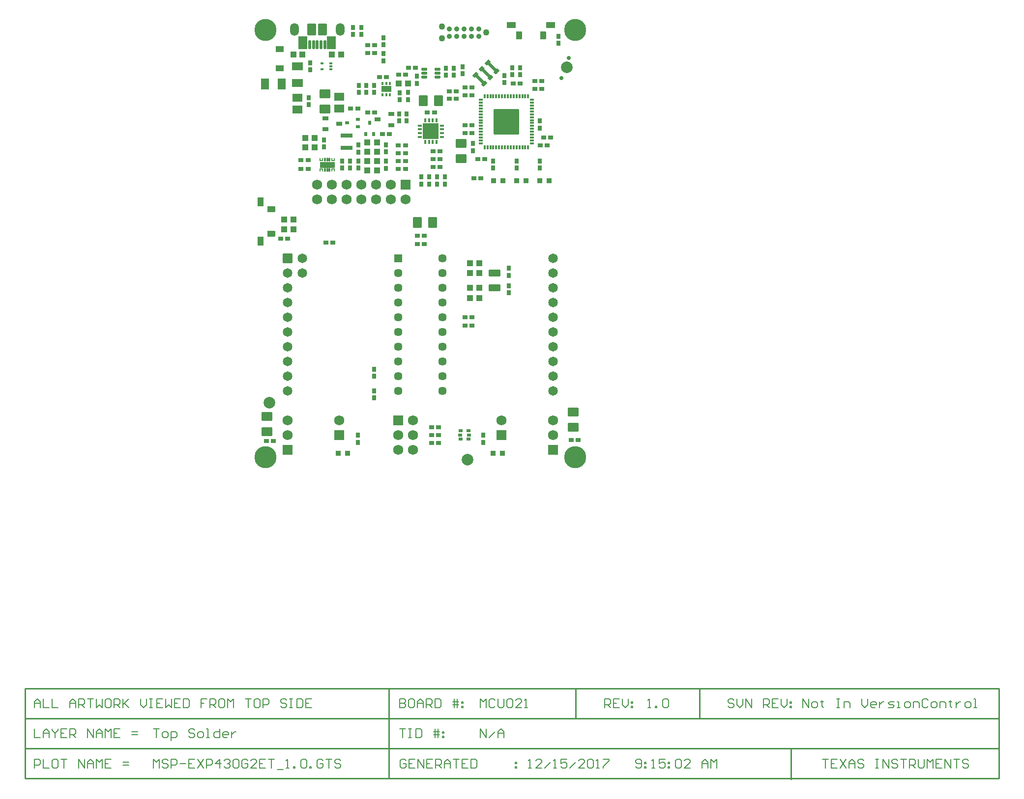
<source format=gts>
G04 Layer_Color=8388736*
%FSAX25Y25*%
%MOIN*%
G70*
G01*
G75*
%ADD55C,0.01000*%
%ADD57C,0.00800*%
%ADD58C,0.06496*%
%ADD71C,0.02362*%
%ADD94R,0.01575X0.00709*%
G04:AMPARAMS|DCode=96|XSize=7.87mil|YSize=21.65mil|CornerRadius=1.99mil|HoleSize=0mil|Usage=FLASHONLY|Rotation=0.000|XOffset=0mil|YOffset=0mil|HoleType=Round|Shape=RoundedRectangle|*
%AMROUNDEDRECTD96*
21,1,0.00787,0.01768,0,0,0.0*
21,1,0.00390,0.02165,0,0,0.0*
1,1,0.00398,0.00195,-0.00884*
1,1,0.00398,-0.00195,-0.00884*
1,1,0.00398,-0.00195,0.00884*
1,1,0.00398,0.00195,0.00884*
%
%ADD96ROUNDEDRECTD96*%
G04:AMPARAMS|DCode=97|XSize=47.24mil|YSize=78.74mil|CornerRadius=3.92mil|HoleSize=0mil|Usage=FLASHONLY|Rotation=90.000|XOffset=0mil|YOffset=0mil|HoleType=Round|Shape=RoundedRectangle|*
%AMROUNDEDRECTD97*
21,1,0.04724,0.07091,0,0,90.0*
21,1,0.03941,0.07874,0,0,90.0*
1,1,0.00784,0.03545,0.01971*
1,1,0.00784,0.03545,-0.01971*
1,1,0.00784,-0.03545,-0.01971*
1,1,0.00784,-0.03545,0.01971*
%
%ADD97ROUNDEDRECTD97*%
%ADD98R,0.03543X0.03543*%
%ADD99C,0.03494*%
G04:AMPARAMS|DCode=100|XSize=39.37mil|YSize=55.12mil|CornerRadius=3.92mil|HoleSize=0mil|Usage=FLASHONLY|Rotation=0.000|XOffset=0mil|YOffset=0mil|HoleType=Round|Shape=RoundedRectangle|*
%AMROUNDEDRECTD100*
21,1,0.03937,0.04728,0,0,0.0*
21,1,0.03154,0.05512,0,0,0.0*
1,1,0.00784,0.01577,-0.02364*
1,1,0.00784,-0.01577,-0.02364*
1,1,0.00784,-0.01577,0.02364*
1,1,0.00784,0.01577,0.02364*
%
%ADD100ROUNDEDRECTD100*%
G04:AMPARAMS|DCode=101|XSize=61.02mil|YSize=43.31mil|CornerRadius=3.94mil|HoleSize=0mil|Usage=FLASHONLY|Rotation=0.000|XOffset=0mil|YOffset=0mil|HoleType=Round|Shape=RoundedRectangle|*
%AMROUNDEDRECTD101*
21,1,0.06102,0.03543,0,0,0.0*
21,1,0.05315,0.04331,0,0,0.0*
1,1,0.00787,0.02658,-0.01772*
1,1,0.00787,-0.02658,-0.01772*
1,1,0.00787,-0.02658,0.01772*
1,1,0.00787,0.02658,0.01772*
%
%ADD101ROUNDEDRECTD101*%
G04:AMPARAMS|DCode=102|XSize=22.44mil|YSize=27.56mil|CornerRadius=3.91mil|HoleSize=0mil|Usage=FLASHONLY|Rotation=0.000|XOffset=0mil|YOffset=0mil|HoleType=Round|Shape=RoundedRectangle|*
%AMROUNDEDRECTD102*
21,1,0.02244,0.01974,0,0,0.0*
21,1,0.01462,0.02756,0,0,0.0*
1,1,0.00782,0.00731,-0.00987*
1,1,0.00782,-0.00731,-0.00987*
1,1,0.00782,-0.00731,0.00987*
1,1,0.00782,0.00731,0.00987*
%
%ADD102ROUNDEDRECTD102*%
G04:AMPARAMS|DCode=103|XSize=27.56mil|YSize=43.31mil|CornerRadius=7.87mil|HoleSize=0mil|Usage=FLASHONLY|Rotation=90.000|XOffset=0mil|YOffset=0mil|HoleType=Round|Shape=RoundedRectangle|*
%AMROUNDEDRECTD103*
21,1,0.02756,0.02756,0,0,90.0*
21,1,0.01181,0.04331,0,0,90.0*
1,1,0.01575,0.01378,0.00591*
1,1,0.01575,0.01378,-0.00591*
1,1,0.01575,-0.01378,-0.00591*
1,1,0.01575,-0.01378,0.00591*
%
%ADD103ROUNDEDRECTD103*%
%ADD104R,0.05197X0.03996*%
%ADD105R,0.11024X0.11024*%
%ADD106O,0.01575X0.02756*%
%ADD107O,0.02756X0.01575*%
G04:AMPARAMS|DCode=108|XSize=14.96mil|YSize=29.13mil|CornerRadius=4.74mil|HoleSize=0mil|Usage=FLASHONLY|Rotation=270.000|XOffset=0mil|YOffset=0mil|HoleType=Round|Shape=RoundedRectangle|*
%AMROUNDEDRECTD108*
21,1,0.01496,0.01965,0,0,270.0*
21,1,0.00548,0.02913,0,0,270.0*
1,1,0.00948,-0.00983,-0.00274*
1,1,0.00948,-0.00983,0.00274*
1,1,0.00948,0.00983,0.00274*
1,1,0.00948,0.00983,-0.00274*
%
%ADD108ROUNDEDRECTD108*%
G04:AMPARAMS|DCode=109|XSize=14.96mil|YSize=29.13mil|CornerRadius=4.74mil|HoleSize=0mil|Usage=FLASHONLY|Rotation=180.000|XOffset=0mil|YOffset=0mil|HoleType=Round|Shape=RoundedRectangle|*
%AMROUNDEDRECTD109*
21,1,0.01496,0.01965,0,0,180.0*
21,1,0.00548,0.02913,0,0,180.0*
1,1,0.00948,-0.00274,0.00983*
1,1,0.00948,0.00274,0.00983*
1,1,0.00948,0.00274,-0.00983*
1,1,0.00948,-0.00274,-0.00983*
%
%ADD109ROUNDEDRECTD109*%
G04:AMPARAMS|DCode=110|XSize=171.26mil|YSize=171.26mil|CornerRadius=3.64mil|HoleSize=0mil|Usage=FLASHONLY|Rotation=0.000|XOffset=0mil|YOffset=0mil|HoleType=Round|Shape=RoundedRectangle|*
%AMROUNDEDRECTD110*
21,1,0.17126,0.16398,0,0,0.0*
21,1,0.16398,0.17126,0,0,0.0*
1,1,0.00728,0.08199,-0.08199*
1,1,0.00728,-0.08199,-0.08199*
1,1,0.00728,-0.08199,0.08199*
1,1,0.00728,0.08199,0.08199*
%
%ADD110ROUNDEDRECTD110*%
G04:AMPARAMS|DCode=111|XSize=106.36mil|YSize=19.75mil|CornerRadius=0mil|HoleSize=0mil|Usage=FLASHONLY|Rotation=315.000|XOffset=0mil|YOffset=0mil|HoleType=Round|Shape=Rectangle|*
%AMROTATEDRECTD111*
4,1,4,-0.04459,0.03062,-0.03062,0.04459,0.04459,-0.03062,0.03062,-0.04459,-0.04459,0.03062,0.0*
%
%ADD111ROTATEDRECTD111*%

G04:AMPARAMS|DCode=112|XSize=21.65mil|YSize=58.27mil|CornerRadius=3.92mil|HoleSize=0mil|Usage=FLASHONLY|Rotation=0.000|XOffset=0mil|YOffset=0mil|HoleType=Round|Shape=RoundedRectangle|*
%AMROUNDEDRECTD112*
21,1,0.02165,0.05043,0,0,0.0*
21,1,0.01382,0.05827,0,0,0.0*
1,1,0.00784,0.00691,-0.02522*
1,1,0.00784,-0.00691,-0.02522*
1,1,0.00784,-0.00691,0.02522*
1,1,0.00784,0.00691,0.02522*
%
%ADD112ROUNDEDRECTD112*%
G04:AMPARAMS|DCode=113|XSize=58.07mil|YSize=78.74mil|CornerRadius=3.86mil|HoleSize=0mil|Usage=FLASHONLY|Rotation=0.000|XOffset=0mil|YOffset=0mil|HoleType=Round|Shape=RoundedRectangle|*
%AMROUNDEDRECTD113*
21,1,0.05807,0.07101,0,0,0.0*
21,1,0.05034,0.07874,0,0,0.0*
1,1,0.00773,0.02517,-0.03551*
1,1,0.00773,-0.02517,-0.03551*
1,1,0.00773,-0.02517,0.03551*
1,1,0.00773,0.02517,0.03551*
%
%ADD113ROUNDEDRECTD113*%
G04:AMPARAMS|DCode=114|XSize=62.01mil|YSize=86.61mil|CornerRadius=4mil|HoleSize=0mil|Usage=FLASHONLY|Rotation=0.000|XOffset=0mil|YOffset=0mil|HoleType=Round|Shape=RoundedRectangle|*
%AMROUNDEDRECTD114*
21,1,0.06201,0.07861,0,0,0.0*
21,1,0.05401,0.08661,0,0,0.0*
1,1,0.00800,0.02700,-0.03931*
1,1,0.00800,-0.02700,-0.03931*
1,1,0.00800,-0.02700,0.03931*
1,1,0.00800,0.02700,0.03931*
%
%ADD114ROUNDEDRECTD114*%
%ADD115C,0.07874*%
G04:AMPARAMS|DCode=116|XSize=15.75mil|YSize=21.65mil|CornerRadius=3.92mil|HoleSize=0mil|Usage=FLASHONLY|Rotation=0.000|XOffset=0mil|YOffset=0mil|HoleType=Round|Shape=RoundedRectangle|*
%AMROUNDEDRECTD116*
21,1,0.01575,0.01382,0,0,0.0*
21,1,0.00791,0.02165,0,0,0.0*
1,1,0.00784,0.00396,-0.00691*
1,1,0.00784,-0.00396,-0.00691*
1,1,0.00784,-0.00396,0.00691*
1,1,0.00784,0.00396,0.00691*
%
%ADD116ROUNDEDRECTD116*%
G04:AMPARAMS|DCode=117|XSize=43.31mil|YSize=66.93mil|CornerRadius=3.94mil|HoleSize=0mil|Usage=FLASHONLY|Rotation=270.000|XOffset=0mil|YOffset=0mil|HoleType=Round|Shape=RoundedRectangle|*
%AMROUNDEDRECTD117*
21,1,0.04331,0.05906,0,0,270.0*
21,1,0.03543,0.06693,0,0,270.0*
1,1,0.00787,-0.02953,-0.01772*
1,1,0.00787,-0.02953,0.01772*
1,1,0.00787,0.02953,0.01772*
1,1,0.00787,0.02953,-0.01772*
%
%ADD117ROUNDEDRECTD117*%
%ADD118R,0.02362X0.01575*%
G04:AMPARAMS|DCode=119|XSize=11.81mil|YSize=25.59mil|CornerRadius=3.94mil|HoleSize=0mil|Usage=FLASHONLY|Rotation=0.000|XOffset=0mil|YOffset=0mil|HoleType=Round|Shape=RoundedRectangle|*
%AMROUNDEDRECTD119*
21,1,0.01181,0.01772,0,0,0.0*
21,1,0.00394,0.02559,0,0,0.0*
1,1,0.00787,0.00197,-0.00886*
1,1,0.00787,-0.00197,-0.00886*
1,1,0.00787,-0.00197,0.00886*
1,1,0.00787,0.00197,0.00886*
%
%ADD119ROUNDEDRECTD119*%
G04:AMPARAMS|DCode=120|XSize=39.37mil|YSize=102.36mil|CornerRadius=3.92mil|HoleSize=0mil|Usage=FLASHONLY|Rotation=270.000|XOffset=0mil|YOffset=0mil|HoleType=Round|Shape=RoundedRectangle|*
%AMROUNDEDRECTD120*
21,1,0.03937,0.09453,0,0,270.0*
21,1,0.03154,0.10236,0,0,270.0*
1,1,0.00784,-0.04726,-0.01577*
1,1,0.00784,-0.04726,0.01577*
1,1,0.00784,0.04726,0.01577*
1,1,0.00784,0.04726,-0.01577*
%
%ADD120ROUNDEDRECTD120*%
G04:AMPARAMS|DCode=121|XSize=19.69mil|YSize=37.4mil|CornerRadius=3.94mil|HoleSize=0mil|Usage=FLASHONLY|Rotation=270.000|XOffset=0mil|YOffset=0mil|HoleType=Round|Shape=RoundedRectangle|*
%AMROUNDEDRECTD121*
21,1,0.01969,0.02953,0,0,270.0*
21,1,0.01181,0.03740,0,0,270.0*
1,1,0.00787,-0.01476,-0.00591*
1,1,0.00787,-0.01476,0.00591*
1,1,0.00787,0.01476,0.00591*
1,1,0.00787,0.01476,-0.00591*
%
%ADD121ROUNDEDRECTD121*%
%ADD122R,0.08268X0.02756*%
G04:AMPARAMS|DCode=123|XSize=74.8mil|YSize=59.06mil|CornerRadius=3.9mil|HoleSize=0mil|Usage=FLASHONLY|Rotation=180.000|XOffset=0mil|YOffset=0mil|HoleType=Round|Shape=RoundedRectangle|*
%AMROUNDEDRECTD123*
21,1,0.07480,0.05126,0,0,180.0*
21,1,0.06701,0.05906,0,0,180.0*
1,1,0.00780,-0.03350,0.02563*
1,1,0.00780,0.03350,0.02563*
1,1,0.00780,0.03350,-0.02563*
1,1,0.00780,-0.03350,-0.02563*
%
%ADD123ROUNDEDRECTD123*%
%ADD124R,0.02559X0.01969*%
%ADD125R,0.03150X0.02362*%
%ADD126R,0.07677X0.05512*%
%ADD127R,0.06694X0.05394*%
%ADD128R,0.04331X0.04134*%
%ADD129R,0.03543X0.02756*%
%ADD130R,0.02756X0.03543*%
G04:AMPARAMS|DCode=131|XSize=74.8mil|YSize=59.06mil|CornerRadius=3.9mil|HoleSize=0mil|Usage=FLASHONLY|Rotation=90.000|XOffset=0mil|YOffset=0mil|HoleType=Round|Shape=RoundedRectangle|*
%AMROUNDEDRECTD131*
21,1,0.07480,0.05126,0,0,90.0*
21,1,0.06701,0.05906,0,0,90.0*
1,1,0.00780,0.02563,0.03350*
1,1,0.00780,0.02563,-0.03350*
1,1,0.00780,-0.02563,-0.03350*
1,1,0.00780,-0.02563,0.03350*
%
%ADD131ROUNDEDRECTD131*%
%ADD132R,0.04134X0.04331*%
G04:AMPARAMS|DCode=133|XSize=22.44mil|YSize=27.56mil|CornerRadius=3.91mil|HoleSize=0mil|Usage=FLASHONLY|Rotation=90.000|XOffset=0mil|YOffset=0mil|HoleType=Round|Shape=RoundedRectangle|*
%AMROUNDEDRECTD133*
21,1,0.02244,0.01974,0,0,90.0*
21,1,0.01462,0.02756,0,0,90.0*
1,1,0.00782,0.00987,0.00731*
1,1,0.00782,0.00987,-0.00731*
1,1,0.00782,-0.00987,-0.00731*
1,1,0.00782,-0.00987,0.00731*
%
%ADD133ROUNDEDRECTD133*%
%ADD134R,0.05512X0.07677*%
G04:AMPARAMS|DCode=135|XSize=39.37mil|YSize=55.12mil|CornerRadius=3.92mil|HoleSize=0mil|Usage=FLASHONLY|Rotation=90.000|XOffset=0mil|YOffset=0mil|HoleType=Round|Shape=RoundedRectangle|*
%AMROUNDEDRECTD135*
21,1,0.03937,0.04728,0,0,90.0*
21,1,0.03154,0.05512,0,0,90.0*
1,1,0.00784,0.02364,0.01577*
1,1,0.00784,0.02364,-0.01577*
1,1,0.00784,-0.02364,-0.01577*
1,1,0.00784,-0.02364,0.01577*
%
%ADD135ROUNDEDRECTD135*%
G04:AMPARAMS|DCode=136|XSize=61.02mil|YSize=43.31mil|CornerRadius=3.94mil|HoleSize=0mil|Usage=FLASHONLY|Rotation=90.000|XOffset=0mil|YOffset=0mil|HoleType=Round|Shape=RoundedRectangle|*
%AMROUNDEDRECTD136*
21,1,0.06102,0.03543,0,0,90.0*
21,1,0.05315,0.04331,0,0,90.0*
1,1,0.00787,0.01772,0.02658*
1,1,0.00787,0.01772,-0.02658*
1,1,0.00787,-0.01772,-0.02658*
1,1,0.00787,-0.01772,0.02658*
%
%ADD136ROUNDEDRECTD136*%
%ADD137C,0.06890*%
%ADD138R,0.06890X0.06890*%
G04:AMPARAMS|DCode=139|XSize=68.9mil|YSize=68.9mil|CornerRadius=3.92mil|HoleSize=0mil|Usage=FLASHONLY|Rotation=90.000|XOffset=0mil|YOffset=0mil|HoleType=Round|Shape=RoundedRectangle|*
%AMROUNDEDRECTD139*
21,1,0.06890,0.06106,0,0,90.0*
21,1,0.06106,0.06890,0,0,90.0*
1,1,0.00784,0.03053,0.03053*
1,1,0.00784,0.03053,-0.03053*
1,1,0.00784,-0.03053,-0.03053*
1,1,0.00784,-0.03053,0.03053*
%
%ADD139ROUNDEDRECTD139*%
%ADD140C,0.04294*%
%ADD141R,0.06890X0.06890*%
%ADD142C,0.15000*%
G04:AMPARAMS|DCode=143|XSize=86.61mil|YSize=59.06mil|CornerRadius=29.53mil|HoleSize=0mil|Usage=FLASHONLY|Rotation=270.000|XOffset=0mil|YOffset=0mil|HoleType=Round|Shape=RoundedRectangle|*
%AMROUNDEDRECTD143*
21,1,0.08661,0.00000,0,0,270.0*
21,1,0.02756,0.05906,0,0,270.0*
1,1,0.05906,0.00000,-0.01378*
1,1,0.05906,0.00000,0.01378*
1,1,0.05906,0.00000,0.01378*
1,1,0.05906,0.00000,-0.01378*
%
%ADD143ROUNDEDRECTD143*%
%ADD144C,0.05709*%
%ADD145R,0.05709X0.05709*%
%ADD146C,0.12611*%
G04:AMPARAMS|DCode=147|XSize=64.96mil|YSize=64.96mil|CornerRadius=3.8mil|HoleSize=0mil|Usage=FLASHONLY|Rotation=270.000|XOffset=0mil|YOffset=0mil|HoleType=Round|Shape=RoundedRectangle|*
%AMROUNDEDRECTD147*
21,1,0.06496,0.05736,0,0,270.0*
21,1,0.05736,0.06496,0,0,270.0*
1,1,0.00760,-0.02868,-0.02868*
1,1,0.00760,-0.02868,0.02868*
1,1,0.00760,0.02868,0.02868*
1,1,0.00760,0.02868,-0.02868*
%
%ADD147ROUNDEDRECTD147*%
%ADD148C,0.02756*%
G36*
X0345745Y0519565D02*
X0345782Y0519554D01*
X0345816Y0519536D01*
X0345846Y0519511D01*
X0347238Y0518119D01*
X0347263Y0518089D01*
X0347281Y0518055D01*
X0347292Y0518018D01*
X0347296Y0517980D01*
X0347292Y0517941D01*
X0347281Y0517904D01*
X0347263Y0517870D01*
X0347238Y0517840D01*
X0345011Y0515613D01*
X0345011Y0515613D01*
X0344981Y0515588D01*
X0344947Y0515570D01*
X0344935Y0515566D01*
X0344910Y0515558D01*
X0344871Y0515555D01*
X0344832Y0515558D01*
X0344795Y0515570D01*
X0344761Y0515588D01*
X0344731Y0515613D01*
X0343339Y0517005D01*
X0343315Y0517035D01*
X0343296Y0517069D01*
X0343285Y0517106D01*
X0343281Y0517144D01*
X0343285Y0517183D01*
X0343296Y0517220D01*
X0343315Y0517254D01*
X0343339Y0517284D01*
X0345566Y0519511D01*
X0345566Y0519511D01*
X0345596Y0519536D01*
X0345631Y0519554D01*
X0345642Y0519558D01*
X0345668Y0519565D01*
X0345706Y0519569D01*
X0345745Y0519565D01*
D02*
G37*
G36*
X0355906Y0517756D02*
X0355943Y0517745D01*
X0355977Y0517727D01*
X0356007Y0517702D01*
X0357399Y0516310D01*
X0357424Y0516280D01*
X0357442Y0516246D01*
X0357453Y0516209D01*
X0357457Y0516170D01*
X0357453Y0516131D01*
X0357446Y0516106D01*
X0357442Y0516094D01*
X0357424Y0516060D01*
X0357399Y0516030D01*
X0357399Y0516030D01*
X0355172Y0513803D01*
X0355142Y0513778D01*
X0355108Y0513760D01*
X0355071Y0513749D01*
X0355032Y0513745D01*
X0354994Y0513749D01*
X0354957Y0513760D01*
X0354922Y0513778D01*
X0354892Y0513803D01*
X0353501Y0515195D01*
X0353476Y0515225D01*
X0353458Y0515259D01*
X0353446Y0515296D01*
X0353443Y0515335D01*
X0353446Y0515374D01*
X0353454Y0515399D01*
X0353458Y0515411D01*
X0353476Y0515445D01*
X0353501Y0515475D01*
X0353501Y0515475D01*
X0355728Y0517702D01*
X0355757Y0517727D01*
X0355792Y0517745D01*
X0355829Y0517756D01*
X0355867Y0517760D01*
X0355906Y0517756D01*
D02*
G37*
G36*
X0351730Y0513580D02*
X0351767Y0513569D01*
X0351801Y0513551D01*
X0351832Y0513526D01*
X0353223Y0512134D01*
X0353248Y0512104D01*
X0353266Y0512070D01*
X0353278Y0512033D01*
X0353281Y0511994D01*
X0353278Y0511956D01*
X0353266Y0511919D01*
X0353248Y0511884D01*
X0353223Y0511854D01*
X0350996Y0509627D01*
X0350966Y0509603D01*
X0350932Y0509584D01*
X0350895Y0509573D01*
X0350856Y0509569D01*
X0350818Y0509573D01*
X0350781Y0509584D01*
X0350746Y0509603D01*
X0350717Y0509627D01*
X0349325Y0511019D01*
X0349300Y0511049D01*
X0349282Y0511083D01*
X0349271Y0511121D01*
X0349267Y0511159D01*
X0349271Y0511198D01*
X0349282Y0511235D01*
X0349300Y0511269D01*
X0349325Y0511299D01*
X0351552Y0513526D01*
X0351582Y0513551D01*
X0351616Y0513569D01*
X0351653Y0513580D01*
X0351692Y0513584D01*
X0351730Y0513580D01*
D02*
G37*
G36*
X0354097Y0527917D02*
X0354134Y0527906D01*
X0354168Y0527888D01*
X0354198Y0527863D01*
X0355590Y0526471D01*
X0355614Y0526441D01*
X0355633Y0526407D01*
X0355644Y0526370D01*
X0355648Y0526331D01*
X0355644Y0526293D01*
X0355633Y0526256D01*
X0355614Y0526221D01*
X0355590Y0526191D01*
X0353363Y0523964D01*
X0353363Y0523964D01*
X0353333Y0523940D01*
X0353298Y0523921D01*
X0353287Y0523918D01*
X0353261Y0523910D01*
X0353223Y0523906D01*
X0353184Y0523910D01*
X0353147Y0523921D01*
X0353113Y0523940D01*
X0353083Y0523964D01*
X0351691Y0525356D01*
X0351666Y0525386D01*
X0351648Y0525420D01*
X0351637Y0525457D01*
X0351633Y0525496D01*
X0351637Y0525535D01*
X0351648Y0525572D01*
X0351666Y0525606D01*
X0351691Y0525636D01*
X0353918Y0527863D01*
X0353918Y0527863D01*
X0353948Y0527888D01*
X0353982Y0527906D01*
X0353994Y0527909D01*
X0354019Y0527917D01*
X0354058Y0527921D01*
X0354097Y0527917D01*
D02*
G37*
G36*
X0349921Y0523741D02*
X0349958Y0523730D01*
X0349992Y0523712D01*
X0350022Y0523687D01*
X0351414Y0522295D01*
X0351438Y0522265D01*
X0351457Y0522231D01*
X0351468Y0522194D01*
X0351472Y0522155D01*
X0351468Y0522117D01*
X0351457Y0522080D01*
X0351438Y0522046D01*
X0351414Y0522016D01*
X0349187Y0519789D01*
X0349157Y0519764D01*
X0349123Y0519746D01*
X0349085Y0519734D01*
X0349047Y0519731D01*
X0349008Y0519734D01*
X0348971Y0519746D01*
X0348937Y0519764D01*
X0348907Y0519789D01*
X0347515Y0521180D01*
X0347491Y0521210D01*
X0347472Y0521245D01*
X0347461Y0521282D01*
X0347457Y0521320D01*
X0347461Y0521359D01*
X0347472Y0521396D01*
X0347491Y0521430D01*
X0347515Y0521460D01*
X0349742Y0523687D01*
X0349772Y0523712D01*
X0349806Y0523730D01*
X0349844Y0523741D01*
X0349882Y0523745D01*
X0349921Y0523741D01*
D02*
G37*
G36*
X0360082Y0521932D02*
X0360119Y0521921D01*
X0360153Y0521902D01*
X0360183Y0521878D01*
X0361575Y0520486D01*
X0361600Y0520456D01*
X0361618Y0520422D01*
X0361629Y0520385D01*
X0361633Y0520346D01*
X0361629Y0520307D01*
X0361618Y0520270D01*
X0361600Y0520236D01*
X0361575Y0520206D01*
X0359348Y0517979D01*
X0359318Y0517954D01*
X0359284Y0517936D01*
X0359247Y0517925D01*
X0359208Y0517921D01*
X0359170Y0517925D01*
X0359132Y0517936D01*
X0359098Y0517954D01*
X0359068Y0517979D01*
X0357676Y0519371D01*
X0357652Y0519401D01*
X0357633Y0519435D01*
X0357622Y0519472D01*
X0357618Y0519511D01*
X0357622Y0519549D01*
X0357633Y0519586D01*
X0357652Y0519621D01*
X0357676Y0519651D01*
X0359903Y0521878D01*
X0359933Y0521902D01*
X0359968Y0521921D01*
X0360005Y0521932D01*
X0360043Y0521936D01*
X0360082Y0521932D01*
D02*
G37*
G54D55*
X0497200Y0080717D02*
Y0101050D01*
X0413200Y0080717D02*
Y0101050D01*
X0040000Y0080717D02*
X0700200D01*
X0040000Y0060383D02*
X0700000D01*
X0040000Y0040050D02*
X0440500D01*
X0040050Y0101050D02*
X0700200D01*
X0040050Y0040050D02*
Y0101050D01*
Y0040050D02*
X0197600D01*
X0040000D02*
Y0101050D01*
X0286500Y0040050D02*
Y0101050D01*
X0700200Y0040050D02*
Y0101050D01*
X0440500Y0040050D02*
X0700200D01*
X0559400Y0039400D02*
Y0059683D01*
G54D57*
X0126900Y0073549D02*
X0130899D01*
X0128899D01*
Y0067551D01*
X0133898D02*
X0135897D01*
X0136897Y0068550D01*
Y0070550D01*
X0135897Y0071549D01*
X0133898D01*
X0132898Y0070550D01*
Y0068550D01*
X0133898Y0067551D01*
X0138896Y0065551D02*
Y0071549D01*
X0141895D01*
X0142895Y0070550D01*
Y0068550D01*
X0141895Y0067551D01*
X0138896D01*
X0154891Y0072549D02*
X0153891Y0073549D01*
X0151892D01*
X0150892Y0072549D01*
Y0071549D01*
X0151892Y0070550D01*
X0153891D01*
X0154891Y0069550D01*
Y0068550D01*
X0153891Y0067551D01*
X0151892D01*
X0150892Y0068550D01*
X0157890Y0067551D02*
X0159889D01*
X0160889Y0068550D01*
Y0070550D01*
X0159889Y0071549D01*
X0157890D01*
X0156890Y0070550D01*
Y0068550D01*
X0157890Y0067551D01*
X0162888D02*
X0164888D01*
X0163888D01*
Y0073549D01*
X0162888D01*
X0171885D02*
Y0067551D01*
X0168886D01*
X0167887Y0068550D01*
Y0070550D01*
X0168886Y0071549D01*
X0171885D01*
X0176884Y0067551D02*
X0174884D01*
X0173885Y0068550D01*
Y0070550D01*
X0174884Y0071549D01*
X0176884D01*
X0177884Y0070550D01*
Y0069550D01*
X0173885D01*
X0179883Y0071549D02*
Y0067551D01*
Y0069550D01*
X0180883Y0070550D01*
X0181882Y0071549D01*
X0182882D01*
X0126900Y0073549D02*
X0130899D01*
X0128899D01*
Y0067551D01*
X0133898D02*
X0135897D01*
X0136897Y0068550D01*
Y0070550D01*
X0135897Y0071549D01*
X0133898D01*
X0132898Y0070550D01*
Y0068550D01*
X0133898Y0067551D01*
X0138896Y0065551D02*
Y0071549D01*
X0141895D01*
X0142895Y0070550D01*
Y0068550D01*
X0141895Y0067551D01*
X0138896D01*
X0154891Y0072549D02*
X0153891Y0073549D01*
X0151892D01*
X0150892Y0072549D01*
Y0071549D01*
X0151892Y0070550D01*
X0153891D01*
X0154891Y0069550D01*
Y0068550D01*
X0153891Y0067551D01*
X0151892D01*
X0150892Y0068550D01*
X0157890Y0067551D02*
X0159889D01*
X0160889Y0068550D01*
Y0070550D01*
X0159889Y0071549D01*
X0157890D01*
X0156890Y0070550D01*
Y0068550D01*
X0157890Y0067551D01*
X0162888D02*
X0164888D01*
X0163888D01*
Y0073549D01*
X0162888D01*
X0171885D02*
Y0067551D01*
X0168886D01*
X0167887Y0068550D01*
Y0070550D01*
X0168886Y0071549D01*
X0171885D01*
X0176884Y0067551D02*
X0174884D01*
X0173885Y0068550D01*
Y0070550D01*
X0174884Y0071549D01*
X0176884D01*
X0177884Y0070550D01*
Y0069550D01*
X0173885D01*
X0179883Y0071549D02*
Y0067551D01*
Y0069550D01*
X0180883Y0070550D01*
X0181882Y0071549D01*
X0182882D01*
X0567400Y0087833D02*
Y0093831D01*
X0571399Y0087833D01*
Y0093831D01*
X0574398Y0087833D02*
X0576397D01*
X0577397Y0088833D01*
Y0090832D01*
X0576397Y0091832D01*
X0574398D01*
X0573398Y0090832D01*
Y0088833D01*
X0574398Y0087833D01*
X0580396Y0092832D02*
Y0091832D01*
X0579396D01*
X0581395D01*
X0580396D01*
Y0088833D01*
X0581395Y0087833D01*
X0590393Y0093831D02*
X0592392D01*
X0591392D01*
Y0087833D01*
X0590393D01*
X0592392D01*
X0595391D02*
Y0091832D01*
X0598390D01*
X0599390Y0090832D01*
Y0087833D01*
X0607387Y0093831D02*
Y0089833D01*
X0609386Y0087833D01*
X0611386Y0089833D01*
Y0093831D01*
X0616384Y0087833D02*
X0614385D01*
X0613385Y0088833D01*
Y0090832D01*
X0614385Y0091832D01*
X0616384D01*
X0617384Y0090832D01*
Y0089833D01*
X0613385D01*
X0619383Y0091832D02*
Y0087833D01*
Y0089833D01*
X0620383Y0090832D01*
X0621383Y0091832D01*
X0622382D01*
X0625381Y0087833D02*
X0628380D01*
X0629380Y0088833D01*
X0628380Y0089833D01*
X0626381D01*
X0625381Y0090832D01*
X0626381Y0091832D01*
X0629380D01*
X0631379Y0087833D02*
X0633379D01*
X0632379D01*
Y0091832D01*
X0631379D01*
X0637377Y0087833D02*
X0639377D01*
X0640376Y0088833D01*
Y0090832D01*
X0639377Y0091832D01*
X0637377D01*
X0636378Y0090832D01*
Y0088833D01*
X0637377Y0087833D01*
X0642376D02*
Y0091832D01*
X0645375D01*
X0646374Y0090832D01*
Y0087833D01*
X0652373Y0092832D02*
X0651373Y0093831D01*
X0649373D01*
X0648374Y0092832D01*
Y0088833D01*
X0649373Y0087833D01*
X0651373D01*
X0652373Y0088833D01*
X0655372Y0087833D02*
X0657371D01*
X0658371Y0088833D01*
Y0090832D01*
X0657371Y0091832D01*
X0655372D01*
X0654372Y0090832D01*
Y0088833D01*
X0655372Y0087833D01*
X0660370D02*
Y0091832D01*
X0663369D01*
X0664369Y0090832D01*
Y0087833D01*
X0667368Y0092832D02*
Y0091832D01*
X0666368D01*
X0668367D01*
X0667368D01*
Y0088833D01*
X0668367Y0087833D01*
X0671366Y0091832D02*
Y0087833D01*
Y0089833D01*
X0672366Y0090832D01*
X0673366Y0091832D01*
X0674365D01*
X0678364Y0087833D02*
X0680364D01*
X0681363Y0088833D01*
Y0090832D01*
X0680364Y0091832D01*
X0678364D01*
X0677364Y0090832D01*
Y0088833D01*
X0678364Y0087833D01*
X0683362D02*
X0685362D01*
X0684362D01*
Y0093831D01*
X0683362D01*
X0520799Y0092832D02*
X0519799Y0093831D01*
X0517800D01*
X0516800Y0092832D01*
Y0091832D01*
X0517800Y0090832D01*
X0519799D01*
X0520799Y0089833D01*
Y0088833D01*
X0519799Y0087833D01*
X0517800D01*
X0516800Y0088833D01*
X0522798Y0093831D02*
Y0089833D01*
X0524797Y0087833D01*
X0526797Y0089833D01*
Y0093831D01*
X0528796Y0087833D02*
Y0093831D01*
X0532795Y0087833D01*
Y0093831D01*
X0540792Y0087833D02*
Y0093831D01*
X0543791D01*
X0544791Y0092832D01*
Y0090832D01*
X0543791Y0089833D01*
X0540792D01*
X0542792D02*
X0544791Y0087833D01*
X0550789Y0093831D02*
X0546790D01*
Y0087833D01*
X0550789D01*
X0546790Y0090832D02*
X0548790D01*
X0552788Y0093831D02*
Y0089833D01*
X0554788Y0087833D01*
X0556787Y0089833D01*
Y0093831D01*
X0558786Y0091832D02*
X0559786D01*
Y0090832D01*
X0558786D01*
Y0091832D01*
Y0088833D02*
X0559786D01*
Y0087833D01*
X0558786D01*
Y0088833D01*
X0433000Y0087833D02*
Y0093831D01*
X0435999D01*
X0436999Y0092832D01*
Y0090832D01*
X0435999Y0089833D01*
X0433000D01*
X0434999D02*
X0436999Y0087833D01*
X0442997Y0093831D02*
X0438998D01*
Y0087833D01*
X0442997D01*
X0438998Y0090832D02*
X0440997D01*
X0444996Y0093831D02*
Y0089833D01*
X0446995Y0087833D01*
X0448995Y0089833D01*
Y0093831D01*
X0450994Y0091832D02*
X0451994D01*
Y0090832D01*
X0450994D01*
Y0091832D01*
Y0088833D02*
X0451994D01*
Y0087833D01*
X0450994D01*
Y0088833D01*
X0126900Y0046966D02*
Y0052965D01*
X0128899Y0050965D01*
X0130899Y0052965D01*
Y0046966D01*
X0136897Y0051965D02*
X0135897Y0052965D01*
X0133898D01*
X0132898Y0051965D01*
Y0050965D01*
X0133898Y0049966D01*
X0135897D01*
X0136897Y0048966D01*
Y0047966D01*
X0135897Y0046966D01*
X0133898D01*
X0132898Y0047966D01*
X0138896Y0046966D02*
Y0052965D01*
X0141895D01*
X0142895Y0051965D01*
Y0049966D01*
X0141895Y0048966D01*
X0138896D01*
X0144894Y0049966D02*
X0148893D01*
X0154891Y0052965D02*
X0150892D01*
Y0046966D01*
X0154891D01*
X0150892Y0049966D02*
X0152892D01*
X0156890Y0052965D02*
X0160889Y0046966D01*
Y0052965D02*
X0156890Y0046966D01*
X0162888D02*
Y0052965D01*
X0165887D01*
X0166887Y0051965D01*
Y0049966D01*
X0165887Y0048966D01*
X0162888D01*
X0171885Y0046966D02*
Y0052965D01*
X0168886Y0049966D01*
X0172885D01*
X0174884Y0051965D02*
X0175884Y0052965D01*
X0177884D01*
X0178883Y0051965D01*
Y0050965D01*
X0177884Y0049966D01*
X0176884D01*
X0177884D01*
X0178883Y0048966D01*
Y0047966D01*
X0177884Y0046966D01*
X0175884D01*
X0174884Y0047966D01*
X0180883Y0051965D02*
X0181882Y0052965D01*
X0183882D01*
X0184881Y0051965D01*
Y0047966D01*
X0183882Y0046966D01*
X0181882D01*
X0180883Y0047966D01*
Y0051965D01*
X0190879D02*
X0189880Y0052965D01*
X0187880D01*
X0186881Y0051965D01*
Y0047966D01*
X0187880Y0046966D01*
X0189880D01*
X0190879Y0047966D01*
Y0049966D01*
X0188880D01*
X0196877Y0046966D02*
X0192879D01*
X0196877Y0050965D01*
Y0051965D01*
X0195878Y0052965D01*
X0193878D01*
X0192879Y0051965D01*
X0202875Y0052965D02*
X0198877D01*
Y0046966D01*
X0202875D01*
X0198877Y0049966D02*
X0200876D01*
X0204875Y0052965D02*
X0208874D01*
X0206874D01*
Y0046966D01*
X0210873Y0045967D02*
X0214872D01*
X0216871Y0046966D02*
X0218870D01*
X0217871D01*
Y0052965D01*
X0216871Y0051965D01*
X0221869Y0046966D02*
Y0047966D01*
X0222869D01*
Y0046966D01*
X0221869D01*
X0226868Y0051965D02*
X0227867Y0052965D01*
X0229867D01*
X0230866Y0051965D01*
Y0047966D01*
X0229867Y0046966D01*
X0227867D01*
X0226868Y0047966D01*
Y0051965D01*
X0232866Y0046966D02*
Y0047966D01*
X0233865D01*
Y0046966D01*
X0232866D01*
X0241863Y0051965D02*
X0240863Y0052965D01*
X0238864D01*
X0237864Y0051965D01*
Y0047966D01*
X0238864Y0046966D01*
X0240863D01*
X0241863Y0047966D01*
Y0049966D01*
X0239863D01*
X0243862Y0052965D02*
X0247861D01*
X0245862D01*
Y0046966D01*
X0253859Y0051965D02*
X0252859Y0052965D01*
X0250860D01*
X0249860Y0051965D01*
Y0050965D01*
X0250860Y0049966D01*
X0252859D01*
X0253859Y0048966D01*
Y0047966D01*
X0252859Y0046966D01*
X0250860D01*
X0249860Y0047966D01*
X0381150Y0046966D02*
X0383149D01*
X0382150D01*
Y0052965D01*
X0381150Y0051965D01*
X0390147Y0046966D02*
X0386148D01*
X0390147Y0050965D01*
Y0051965D01*
X0389147Y0052965D01*
X0387148D01*
X0386148Y0051965D01*
X0392146Y0046966D02*
X0396145Y0050965D01*
X0398145Y0046966D02*
X0400144D01*
X0399144D01*
Y0052965D01*
X0398145Y0051965D01*
X0407142Y0052965D02*
X0403143D01*
Y0049966D01*
X0405142Y0050965D01*
X0406142D01*
X0407142Y0049966D01*
Y0047966D01*
X0406142Y0046966D01*
X0404143D01*
X0403143Y0047966D01*
X0409141Y0046966D02*
X0413140Y0050965D01*
X0419138Y0046966D02*
X0415139D01*
X0419138Y0050965D01*
Y0051965D01*
X0418138Y0052965D01*
X0416139D01*
X0415139Y0051965D01*
X0421137D02*
X0422137Y0052965D01*
X0424136D01*
X0425136Y0051965D01*
Y0047966D01*
X0424136Y0046966D01*
X0422137D01*
X0421137Y0047966D01*
Y0051965D01*
X0427135Y0046966D02*
X0429135D01*
X0428135D01*
Y0052965D01*
X0427135Y0051965D01*
X0432133Y0052965D02*
X0436132D01*
Y0051965D01*
X0432133Y0047966D01*
Y0046966D01*
X0298199Y0051965D02*
X0297199Y0052965D01*
X0295200D01*
X0294200Y0051965D01*
Y0047966D01*
X0295200Y0046966D01*
X0297199D01*
X0298199Y0047966D01*
Y0049966D01*
X0296199D01*
X0304197Y0052965D02*
X0300198D01*
Y0046966D01*
X0304197D01*
X0300198Y0049966D02*
X0302197D01*
X0306196Y0046966D02*
Y0052965D01*
X0310195Y0046966D01*
Y0052965D01*
X0316193D02*
X0312194D01*
Y0046966D01*
X0316193D01*
X0312194Y0049966D02*
X0314194D01*
X0318192Y0046966D02*
Y0052965D01*
X0321191D01*
X0322191Y0051965D01*
Y0049966D01*
X0321191Y0048966D01*
X0318192D01*
X0320192D02*
X0322191Y0046966D01*
X0324190D02*
Y0050965D01*
X0326190Y0052965D01*
X0328189Y0050965D01*
Y0046966D01*
Y0049966D01*
X0324190D01*
X0330188Y0052965D02*
X0334187D01*
X0332188D01*
Y0046966D01*
X0340185Y0052965D02*
X0336186D01*
Y0046966D01*
X0340185D01*
X0336186Y0049966D02*
X0338186D01*
X0342184Y0052965D02*
Y0046966D01*
X0345183D01*
X0346183Y0047966D01*
Y0051965D01*
X0345183Y0052965D01*
X0342184D01*
X0372175Y0050965D02*
X0373175D01*
Y0049966D01*
X0372175D01*
Y0050965D01*
Y0047966D02*
X0373175D01*
Y0046966D01*
X0372175D01*
Y0047966D01*
X0046350Y0087833D02*
Y0091832D01*
X0048349Y0093831D01*
X0050349Y0091832D01*
Y0087833D01*
Y0090832D01*
X0046350D01*
X0052348Y0093831D02*
Y0087833D01*
X0056347D01*
X0058346Y0093831D02*
Y0087833D01*
X0062345D01*
X0070342D02*
Y0091832D01*
X0072342Y0093831D01*
X0074341Y0091832D01*
Y0087833D01*
Y0090832D01*
X0070342D01*
X0076340Y0087833D02*
Y0093831D01*
X0079339D01*
X0080339Y0092832D01*
Y0090832D01*
X0079339Y0089833D01*
X0076340D01*
X0078340D02*
X0080339Y0087833D01*
X0082338Y0093831D02*
X0086337D01*
X0084338D01*
Y0087833D01*
X0088336Y0093831D02*
Y0087833D01*
X0090336Y0089833D01*
X0092335Y0087833D01*
Y0093831D01*
X0097334D02*
X0095334D01*
X0094335Y0092832D01*
Y0088833D01*
X0095334Y0087833D01*
X0097334D01*
X0098333Y0088833D01*
Y0092832D01*
X0097334Y0093831D01*
X0100332Y0087833D02*
Y0093831D01*
X0103332D01*
X0104331Y0092832D01*
Y0090832D01*
X0103332Y0089833D01*
X0100332D01*
X0102332D02*
X0104331Y0087833D01*
X0106331Y0093831D02*
Y0087833D01*
Y0089833D01*
X0110329Y0093831D01*
X0107330Y0090832D01*
X0110329Y0087833D01*
X0118327Y0093831D02*
Y0089833D01*
X0120326Y0087833D01*
X0122325Y0089833D01*
Y0093831D01*
X0124325D02*
X0126324D01*
X0125324D01*
Y0087833D01*
X0124325D01*
X0126324D01*
X0133322Y0093831D02*
X0129323D01*
Y0087833D01*
X0133322D01*
X0129323Y0090832D02*
X0131323D01*
X0135321Y0093831D02*
Y0087833D01*
X0137321Y0089833D01*
X0139320Y0087833D01*
Y0093831D01*
X0145318D02*
X0141319D01*
Y0087833D01*
X0145318D01*
X0141319Y0090832D02*
X0143319D01*
X0147317Y0093831D02*
Y0087833D01*
X0150316D01*
X0151316Y0088833D01*
Y0092832D01*
X0150316Y0093831D01*
X0147317D01*
X0163312D02*
X0159313D01*
Y0090832D01*
X0161313D01*
X0159313D01*
Y0087833D01*
X0165312D02*
Y0093831D01*
X0168310D01*
X0169310Y0092832D01*
Y0090832D01*
X0168310Y0089833D01*
X0165312D01*
X0167311D02*
X0169310Y0087833D01*
X0174309Y0093831D02*
X0172309D01*
X0171310Y0092832D01*
Y0088833D01*
X0172309Y0087833D01*
X0174309D01*
X0175308Y0088833D01*
Y0092832D01*
X0174309Y0093831D01*
X0177308Y0087833D02*
Y0093831D01*
X0179307Y0091832D01*
X0181306Y0093831D01*
Y0087833D01*
X0189304Y0093831D02*
X0193303D01*
X0191303D01*
Y0087833D01*
X0198301Y0093831D02*
X0196301D01*
X0195302Y0092832D01*
Y0088833D01*
X0196301Y0087833D01*
X0198301D01*
X0199301Y0088833D01*
Y0092832D01*
X0198301Y0093831D01*
X0201300Y0087833D02*
Y0093831D01*
X0204299D01*
X0205299Y0092832D01*
Y0090832D01*
X0204299Y0089833D01*
X0201300D01*
X0217295Y0092832D02*
X0216295Y0093831D01*
X0214296D01*
X0213296Y0092832D01*
Y0091832D01*
X0214296Y0090832D01*
X0216295D01*
X0217295Y0089833D01*
Y0088833D01*
X0216295Y0087833D01*
X0214296D01*
X0213296Y0088833D01*
X0219294Y0093831D02*
X0221293D01*
X0220294D01*
Y0087833D01*
X0219294D01*
X0221293D01*
X0224292Y0093831D02*
Y0087833D01*
X0227291D01*
X0228291Y0088833D01*
Y0092832D01*
X0227291Y0093831D01*
X0224292D01*
X0234289D02*
X0230291D01*
Y0087833D01*
X0234289D01*
X0230291Y0090832D02*
X0232290D01*
X0462150Y0087833D02*
X0464149D01*
X0463150D01*
Y0093831D01*
X0462150Y0092832D01*
X0467148Y0087833D02*
Y0088833D01*
X0468148D01*
Y0087833D01*
X0467148D01*
X0472147Y0092832D02*
X0473146Y0093831D01*
X0475146D01*
X0476146Y0092832D01*
Y0088833D01*
X0475146Y0087833D01*
X0473146D01*
X0472147Y0088833D01*
Y0092832D01*
X0348550Y0087833D02*
Y0093831D01*
X0350549Y0091832D01*
X0352549Y0093831D01*
Y0087833D01*
X0358547Y0092832D02*
X0357547Y0093831D01*
X0355548D01*
X0354548Y0092832D01*
Y0088833D01*
X0355548Y0087833D01*
X0357547D01*
X0358547Y0088833D01*
X0360546Y0093831D02*
Y0088833D01*
X0361546Y0087833D01*
X0363545D01*
X0364545Y0088833D01*
Y0093831D01*
X0366544Y0092832D02*
X0367544Y0093831D01*
X0369543D01*
X0370543Y0092832D01*
Y0088833D01*
X0369543Y0087833D01*
X0367544D01*
X0366544Y0088833D01*
Y0092832D01*
X0376541Y0087833D02*
X0372542D01*
X0376541Y0091832D01*
Y0092832D01*
X0375541Y0093831D01*
X0373542D01*
X0372542Y0092832D01*
X0378540Y0087833D02*
X0380540D01*
X0379540D01*
Y0093831D01*
X0378540Y0092832D01*
X0294000Y0093831D02*
Y0087833D01*
X0296999D01*
X0297999Y0088833D01*
Y0089833D01*
X0296999Y0090832D01*
X0294000D01*
X0296999D01*
X0297999Y0091832D01*
Y0092832D01*
X0296999Y0093831D01*
X0294000D01*
X0302997D02*
X0300998D01*
X0299998Y0092832D01*
Y0088833D01*
X0300998Y0087833D01*
X0302997D01*
X0303997Y0088833D01*
Y0092832D01*
X0302997Y0093831D01*
X0305996Y0087833D02*
Y0091832D01*
X0307996Y0093831D01*
X0309995Y0091832D01*
Y0087833D01*
Y0090832D01*
X0305996D01*
X0311994Y0087833D02*
Y0093831D01*
X0314993D01*
X0315993Y0092832D01*
Y0090832D01*
X0314993Y0089833D01*
X0311994D01*
X0313994D02*
X0315993Y0087833D01*
X0317992Y0093831D02*
Y0087833D01*
X0320991D01*
X0321991Y0088833D01*
Y0092832D01*
X0320991Y0093831D01*
X0317992D01*
X0330988Y0087833D02*
Y0093831D01*
X0332987D02*
Y0087833D01*
X0329988Y0091832D02*
X0332987D01*
X0333987D01*
X0329988Y0089833D02*
X0333987D01*
X0335986Y0091832D02*
X0336986D01*
Y0090832D01*
X0335986D01*
Y0091832D01*
Y0088833D02*
X0336986D01*
Y0087833D01*
X0335986D01*
Y0088833D01*
X0046350Y0073549D02*
Y0067551D01*
X0050349D01*
X0052348D02*
Y0071549D01*
X0054347Y0073549D01*
X0056347Y0071549D01*
Y0067551D01*
Y0070550D01*
X0052348D01*
X0058346Y0073549D02*
Y0072549D01*
X0060346Y0070550D01*
X0062345Y0072549D01*
Y0073549D01*
X0060346Y0070550D02*
Y0067551D01*
X0068343Y0073549D02*
X0064344D01*
Y0067551D01*
X0068343D01*
X0064344Y0070550D02*
X0066343D01*
X0070342Y0067551D02*
Y0073549D01*
X0073341D01*
X0074341Y0072549D01*
Y0070550D01*
X0073341Y0069550D01*
X0070342D01*
X0072342D02*
X0074341Y0067551D01*
X0082338D02*
Y0073549D01*
X0086337Y0067551D01*
Y0073549D01*
X0088336Y0067551D02*
Y0071549D01*
X0090336Y0073549D01*
X0092335Y0071549D01*
Y0067551D01*
Y0070550D01*
X0088336D01*
X0094335Y0067551D02*
Y0073549D01*
X0096334Y0071549D01*
X0098333Y0073549D01*
Y0067551D01*
X0104331Y0073549D02*
X0100332D01*
Y0067551D01*
X0104331D01*
X0100332Y0070550D02*
X0102332D01*
X0112329Y0069550D02*
X0116327D01*
X0112329Y0071549D02*
X0116327D01*
X0046350Y0046966D02*
Y0052965D01*
X0049349D01*
X0050349Y0051965D01*
Y0049966D01*
X0049349Y0048966D01*
X0046350D01*
X0052348Y0052965D02*
Y0046966D01*
X0056347D01*
X0061345Y0052965D02*
X0059346D01*
X0058346Y0051965D01*
Y0047966D01*
X0059346Y0046966D01*
X0061345D01*
X0062345Y0047966D01*
Y0051965D01*
X0061345Y0052965D01*
X0064344D02*
X0068343D01*
X0066343D01*
Y0046966D01*
X0076340D02*
Y0052965D01*
X0080339Y0046966D01*
Y0052965D01*
X0082338Y0046966D02*
Y0050965D01*
X0084338Y0052965D01*
X0086337Y0050965D01*
Y0046966D01*
Y0049966D01*
X0082338D01*
X0088336Y0046966D02*
Y0052965D01*
X0090336Y0050965D01*
X0092335Y0052965D01*
Y0046966D01*
X0098333Y0052965D02*
X0094335D01*
Y0046966D01*
X0098333D01*
X0094335Y0049966D02*
X0096334D01*
X0106331Y0048966D02*
X0110329D01*
X0106331Y0050965D02*
X0110329D01*
X0454050Y0047966D02*
X0455050Y0046966D01*
X0457049D01*
X0458049Y0047966D01*
Y0051965D01*
X0457049Y0052965D01*
X0455050D01*
X0454050Y0051965D01*
Y0050965D01*
X0455050Y0049966D01*
X0458049D01*
X0460048Y0050965D02*
X0461048D01*
Y0049966D01*
X0460048D01*
Y0050965D01*
Y0047966D02*
X0461048D01*
Y0046966D01*
X0460048D01*
Y0047966D01*
X0465046Y0046966D02*
X0467046D01*
X0466046D01*
Y0052965D01*
X0465046Y0051965D01*
X0474044Y0052965D02*
X0470045D01*
Y0049966D01*
X0472044Y0050965D01*
X0473044D01*
X0474044Y0049966D01*
Y0047966D01*
X0473044Y0046966D01*
X0471044D01*
X0470045Y0047966D01*
X0476043Y0050965D02*
X0477043D01*
Y0049966D01*
X0476043D01*
Y0050965D01*
Y0047966D02*
X0477043D01*
Y0046966D01*
X0476043D01*
Y0047966D01*
X0481041Y0051965D02*
X0482041Y0052965D01*
X0484040D01*
X0485040Y0051965D01*
Y0047966D01*
X0484040Y0046966D01*
X0482041D01*
X0481041Y0047966D01*
Y0051965D01*
X0491038Y0046966D02*
X0487039D01*
X0491038Y0050965D01*
Y0051965D01*
X0490038Y0052965D01*
X0488039D01*
X0487039Y0051965D01*
X0499035Y0046966D02*
Y0050965D01*
X0501035Y0052965D01*
X0503034Y0050965D01*
Y0046966D01*
Y0049966D01*
X0499035D01*
X0505033Y0046966D02*
Y0052965D01*
X0507033Y0050965D01*
X0509032Y0052965D01*
Y0046966D01*
X0580500Y0052965D02*
X0584499D01*
X0582499D01*
Y0046966D01*
X0590497Y0052965D02*
X0586498D01*
Y0046966D01*
X0590497D01*
X0586498Y0049966D02*
X0588497D01*
X0592496Y0052965D02*
X0596495Y0046966D01*
Y0052965D02*
X0592496Y0046966D01*
X0598494D02*
Y0050965D01*
X0600493Y0052965D01*
X0602493Y0050965D01*
Y0046966D01*
Y0049966D01*
X0598494D01*
X0608491Y0051965D02*
X0607491Y0052965D01*
X0605492D01*
X0604492Y0051965D01*
Y0050965D01*
X0605492Y0049966D01*
X0607491D01*
X0608491Y0048966D01*
Y0047966D01*
X0607491Y0046966D01*
X0605492D01*
X0604492Y0047966D01*
X0616488Y0052965D02*
X0618488D01*
X0617488D01*
Y0046966D01*
X0616488D01*
X0618488D01*
X0621487D02*
Y0052965D01*
X0625486Y0046966D01*
Y0052965D01*
X0631484Y0051965D02*
X0630484Y0052965D01*
X0628484D01*
X0627485Y0051965D01*
Y0050965D01*
X0628484Y0049966D01*
X0630484D01*
X0631484Y0048966D01*
Y0047966D01*
X0630484Y0046966D01*
X0628484D01*
X0627485Y0047966D01*
X0633483Y0052965D02*
X0637482D01*
X0635482D01*
Y0046966D01*
X0639481D02*
Y0052965D01*
X0642480D01*
X0643480Y0051965D01*
Y0049966D01*
X0642480Y0048966D01*
X0639481D01*
X0641480D02*
X0643480Y0046966D01*
X0645479Y0052965D02*
Y0047966D01*
X0646479Y0046966D01*
X0648478D01*
X0649478Y0047966D01*
Y0052965D01*
X0651477Y0046966D02*
Y0052965D01*
X0653476Y0050965D01*
X0655476Y0052965D01*
Y0046966D01*
X0661474Y0052965D02*
X0657475D01*
Y0046966D01*
X0661474D01*
X0657475Y0049966D02*
X0659474D01*
X0663473Y0046966D02*
Y0052965D01*
X0667472Y0046966D01*
Y0052965D01*
X0669471D02*
X0673470D01*
X0671471D01*
Y0046966D01*
X0679468Y0051965D02*
X0678468Y0052965D01*
X0676469D01*
X0675469Y0051965D01*
Y0050965D01*
X0676469Y0049966D01*
X0678468D01*
X0679468Y0048966D01*
Y0047966D01*
X0678468Y0046966D01*
X0676469D01*
X0675469Y0047966D01*
X0294000Y0073498D02*
X0297999D01*
X0295999D01*
Y0067500D01*
X0299998Y0073498D02*
X0301997D01*
X0300998D01*
Y0067500D01*
X0299998D01*
X0301997D01*
X0304996Y0073498D02*
Y0067500D01*
X0307996D01*
X0308995Y0068500D01*
Y0072498D01*
X0307996Y0073498D01*
X0304996D01*
X0317992Y0067500D02*
Y0073498D01*
X0319992D02*
Y0067500D01*
X0316993Y0071499D02*
X0319992D01*
X0320991D01*
X0316993Y0069499D02*
X0320991D01*
X0322991Y0071499D02*
X0323990D01*
Y0070499D01*
X0322991D01*
Y0071499D01*
Y0068500D02*
X0323990D01*
Y0067500D01*
X0322991D01*
Y0068500D01*
X0348550Y0067500D02*
Y0073498D01*
X0352549Y0067500D01*
Y0073498D01*
X0354548Y0067500D02*
X0358547Y0071499D01*
X0360546Y0067500D02*
Y0071499D01*
X0362545Y0073498D01*
X0364545Y0071499D01*
Y0067500D01*
Y0070499D01*
X0360546D01*
G54D58*
X0228078Y0393006D02*
D03*
Y0383006D02*
D03*
X0398078Y0303006D02*
D03*
Y0313006D02*
D03*
Y0323006D02*
D03*
Y0333006D02*
D03*
Y0343006D02*
D03*
Y0353006D02*
D03*
Y0363006D02*
D03*
Y0373006D02*
D03*
Y0383006D02*
D03*
Y0393006D02*
D03*
X0218078Y0303006D02*
D03*
Y0313006D02*
D03*
Y0323006D02*
D03*
Y0333006D02*
D03*
Y0343006D02*
D03*
Y0353006D02*
D03*
Y0363006D02*
D03*
Y0373006D02*
D03*
Y0383006D02*
D03*
G54D71*
X0286976Y0507849D02*
D03*
X0282645D02*
D03*
G54D94*
X0240913Y0459384D02*
D03*
X0240913Y0453557D02*
D03*
X0248786Y0453557D02*
D03*
X0248786Y0459384D02*
D03*
G54D96*
X0247999Y0460113D02*
D03*
X0249574D02*
D03*
X0241700D02*
D03*
X0240125D02*
D03*
Y0452829D02*
D03*
X0241700D02*
D03*
X0247999D02*
D03*
X0249574D02*
D03*
G54D97*
X0358432Y0373006D02*
D03*
Y0382849D02*
D03*
G54D98*
X0388944Y0445644D02*
D03*
X0395243D02*
D03*
X0357645D02*
D03*
X0363944D02*
D03*
X0379495D02*
D03*
X0373196D02*
D03*
X0258728Y0260506D02*
D03*
X0252428D02*
D03*
X0357428Y0260506D02*
D03*
X0363727D02*
D03*
G54D99*
X0347763Y0548735D02*
D03*
X0342763D02*
D03*
X0337763D02*
D03*
X0347763Y0543735D02*
D03*
X0342763D02*
D03*
X0337763D02*
D03*
X0332763Y0548735D02*
D03*
X0327763Y0543735D02*
D03*
Y0548735D02*
D03*
X0332763Y0543735D02*
D03*
G54D100*
X0391346Y0544250D02*
D03*
X0374810D02*
D03*
G54D101*
X0396365Y0551337D02*
D03*
X0369791D02*
D03*
G54D102*
X0276149Y0477337D02*
D03*
X0273590Y0484817D02*
D03*
X0271031Y0477337D02*
D03*
G54D103*
X0252920Y0484227D02*
D03*
X0243472Y0487967D02*
D03*
Y0480487D02*
D03*
X0278905Y0487180D02*
D03*
X0288353Y0490920D02*
D03*
Y0483439D02*
D03*
G54D104*
X0212763Y0534965D02*
D03*
Y0522071D02*
D03*
G54D105*
X0315125Y0479306D02*
D03*
G54D106*
X0311287Y0486786D02*
D03*
X0313846D02*
D03*
X0316405D02*
D03*
X0318964D02*
D03*
Y0471825D02*
D03*
X0316405D02*
D03*
X0313846D02*
D03*
X0311287D02*
D03*
G54D107*
X0322605Y0483144D02*
D03*
Y0480585D02*
D03*
Y0478026D02*
D03*
Y0475467D02*
D03*
X0307645D02*
D03*
Y0478026D02*
D03*
Y0480585D02*
D03*
Y0483144D02*
D03*
G54D108*
X0348984Y0500565D02*
D03*
Y0498597D02*
D03*
Y0496628D02*
D03*
Y0494660D02*
D03*
Y0492691D02*
D03*
Y0490723D02*
D03*
Y0488754D02*
D03*
Y0486786D02*
D03*
Y0484817D02*
D03*
Y0482849D02*
D03*
Y0480880D02*
D03*
Y0478912D02*
D03*
Y0476943D02*
D03*
Y0474975D02*
D03*
Y0473006D02*
D03*
Y0471038D02*
D03*
X0383629D02*
D03*
Y0473006D02*
D03*
Y0474975D02*
D03*
Y0476943D02*
D03*
Y0478912D02*
D03*
Y0480880D02*
D03*
Y0482849D02*
D03*
Y0484817D02*
D03*
Y0486786D02*
D03*
Y0488754D02*
D03*
Y0490723D02*
D03*
Y0492691D02*
D03*
Y0494660D02*
D03*
Y0496628D02*
D03*
Y0498597D02*
D03*
Y0500565D02*
D03*
G54D109*
X0351539Y0468479D02*
D03*
X0353508D02*
D03*
X0355477D02*
D03*
X0357446D02*
D03*
X0359415D02*
D03*
X0361384D02*
D03*
X0363353D02*
D03*
X0365322D02*
D03*
X0367291D02*
D03*
X0369260D02*
D03*
X0371229D02*
D03*
X0373198D02*
D03*
X0375167D02*
D03*
X0377136D02*
D03*
X0379105D02*
D03*
X0381074D02*
D03*
Y0503124D02*
D03*
X0379105D02*
D03*
X0377136D02*
D03*
X0375167D02*
D03*
X0373198D02*
D03*
X0371229D02*
D03*
X0369260D02*
D03*
X0367291D02*
D03*
X0365322D02*
D03*
X0363353D02*
D03*
X0361384D02*
D03*
X0359415D02*
D03*
X0357446D02*
D03*
X0355477D02*
D03*
X0353508D02*
D03*
X0351539D02*
D03*
G54D110*
X0366306Y0485802D02*
D03*
G54D111*
X0352527Y0518676D02*
D03*
X0348351Y0514500D02*
D03*
X0356702Y0522851D02*
D03*
G54D112*
X0243196Y0537825D02*
D03*
X0240637Y0537825D02*
D03*
X0238078Y0537825D02*
D03*
X0235519Y0537825D02*
D03*
X0232960Y0537825D02*
D03*
G54D113*
X0241769Y0548298D02*
D03*
X0234387D02*
D03*
G54D114*
X0247773Y0539243D02*
D03*
X0228383D02*
D03*
G54D115*
X0339928Y0256471D02*
D03*
X0407448Y0522613D02*
D03*
X0205480Y0294857D02*
D03*
G54D116*
X0287369Y0511687D02*
D03*
X0284810D02*
D03*
X0282251D02*
D03*
Y0504010D02*
D03*
X0284810D02*
D03*
X0287369D02*
D03*
G54D117*
X0284810Y0507849D02*
D03*
G54D118*
X0247212Y0521431D02*
D03*
Y0523400D02*
D03*
Y0525368D02*
D03*
X0241306D02*
D03*
Y0521431D02*
D03*
G54D119*
X0246424Y0452829D02*
D03*
X0244850D02*
D03*
X0243275D02*
D03*
Y0460113D02*
D03*
X0244850D02*
D03*
X0246424D02*
D03*
G54D120*
X0244850Y0456471D02*
D03*
G54D121*
X0319554Y0516117D02*
D03*
Y0518676D02*
D03*
Y0521235D02*
D03*
X0310696D02*
D03*
Y0518676D02*
D03*
Y0516117D02*
D03*
G54D122*
X0257842Y0467888D02*
D03*
Y0476156D02*
D03*
G54D123*
X0203905Y0285605D02*
D03*
Y0275368D02*
D03*
X0335794Y0460605D02*
D03*
Y0470841D02*
D03*
X0243275Y0494463D02*
D03*
Y0504699D02*
D03*
X0411582Y0288558D02*
D03*
Y0278321D02*
D03*
G54D124*
X0335420Y0275861D02*
D03*
Y0270152D02*
D03*
X0340735Y0275861D02*
D03*
Y0270152D02*
D03*
G54D125*
X0335125Y0273006D02*
D03*
X0341031D02*
D03*
G54D126*
X0224574Y0511983D02*
D03*
Y0523400D02*
D03*
G54D127*
X0253117Y0494794D02*
D03*
Y0502794D02*
D03*
X0224574Y0494006D02*
D03*
Y0502006D02*
D03*
G54D128*
X0299574Y0511786D02*
D03*
X0293275D02*
D03*
X0221818Y0419266D02*
D03*
X0215519D02*
D03*
X0221818Y0531471D02*
D03*
X0228117D02*
D03*
X0254298D02*
D03*
X0247999D02*
D03*
X0347802Y0389738D02*
D03*
X0341503D02*
D03*
X0347802Y0383046D02*
D03*
X0341503D02*
D03*
X0347802Y0373006D02*
D03*
X0341503D02*
D03*
X0347802Y0366117D02*
D03*
X0341503D02*
D03*
X0221818Y0412770D02*
D03*
X0215519D02*
D03*
G54D129*
X0203511Y0268872D02*
D03*
X0208235D02*
D03*
X0285007Y0516117D02*
D03*
X0280283D02*
D03*
X0310598Y0402534D02*
D03*
X0305873D02*
D03*
X0310598Y0408243D02*
D03*
X0305873D02*
D03*
X0343078Y0347416D02*
D03*
X0338353D02*
D03*
X0338354Y0483242D02*
D03*
X0343078D02*
D03*
X0351542Y0460211D02*
D03*
X0346818D02*
D03*
X0338353Y0477928D02*
D03*
X0343078D02*
D03*
X0375558Y0511786D02*
D03*
X0370834D02*
D03*
X0338354Y0503518D02*
D03*
X0343078D02*
D03*
X0260794Y0494660D02*
D03*
X0265519D02*
D03*
X0317487Y0492101D02*
D03*
X0312763D02*
D03*
X0321424Y0460211D02*
D03*
X0316700D02*
D03*
X0327527Y0506471D02*
D03*
X0332251D02*
D03*
X0343078Y0353124D02*
D03*
X0338353D02*
D03*
X0320440Y0267613D02*
D03*
X0315716D02*
D03*
X0320440Y0273006D02*
D03*
X0315716D02*
D03*
X0320440Y0278439D02*
D03*
X0315716D02*
D03*
X0348984Y0447219D02*
D03*
X0344259D02*
D03*
X0293078Y0453518D02*
D03*
X0297802D02*
D03*
X0338354Y0508833D02*
D03*
X0343078D02*
D03*
X0277133Y0532258D02*
D03*
X0272409D02*
D03*
X0277133Y0537573D02*
D03*
X0272409D02*
D03*
X0390322Y0507849D02*
D03*
X0385598D02*
D03*
Y0513164D02*
D03*
X0390322D02*
D03*
X0393865Y0469660D02*
D03*
X0389141D02*
D03*
X0396228Y0474975D02*
D03*
X0391503D02*
D03*
X0272409Y0491904D02*
D03*
X0277133D02*
D03*
X0282251Y0477337D02*
D03*
X0286976D02*
D03*
X0321424Y0454896D02*
D03*
X0316700D02*
D03*
X0316700Y0465526D02*
D03*
X0321424D02*
D03*
X0332251Y0501156D02*
D03*
X0327527D02*
D03*
X0231858Y0459621D02*
D03*
X0227133D02*
D03*
X0293078Y0464345D02*
D03*
X0297802D02*
D03*
X0293078Y0469660D02*
D03*
X0297802D02*
D03*
X0231857Y0453715D02*
D03*
X0227133D02*
D03*
X0293078Y0459030D02*
D03*
X0297802D02*
D03*
X0304692Y0522416D02*
D03*
X0299968D02*
D03*
X0297999Y0517691D02*
D03*
X0293275D02*
D03*
X0213353Y0406471D02*
D03*
X0218078D02*
D03*
X0248590Y0403518D02*
D03*
X0243865D02*
D03*
X0414928Y0269660D02*
D03*
X0410204D02*
D03*
G54D130*
X0265913Y0469857D02*
D03*
Y0465132D02*
D03*
X0368078Y0381471D02*
D03*
Y0386195D02*
D03*
X0368078Y0374384D02*
D03*
Y0369660D02*
D03*
X0266306Y0510211D02*
D03*
Y0505487D02*
D03*
X0271424Y0510211D02*
D03*
Y0505487D02*
D03*
X0276542Y0510211D02*
D03*
Y0505487D02*
D03*
X0299574Y0500762D02*
D03*
Y0505487D02*
D03*
X0319259Y0443479D02*
D03*
Y0448203D02*
D03*
X0313944Y0443479D02*
D03*
Y0448203D02*
D03*
X0365125Y0517101D02*
D03*
Y0512376D02*
D03*
X0370440Y0522219D02*
D03*
Y0517494D02*
D03*
X0388944Y0481471D02*
D03*
Y0486195D02*
D03*
X0343472Y0466117D02*
D03*
Y0470841D02*
D03*
X0375755Y0522219D02*
D03*
Y0517494D02*
D03*
X0232448Y0497219D02*
D03*
Y0501943D02*
D03*
X0282842Y0527140D02*
D03*
Y0531865D02*
D03*
X0282842Y0537967D02*
D03*
Y0542691D02*
D03*
X0262369Y0544857D02*
D03*
Y0549581D02*
D03*
X0233432Y0525565D02*
D03*
Y0520841D02*
D03*
X0242487Y0473400D02*
D03*
Y0468676D02*
D03*
X0266109Y0454306D02*
D03*
Y0459030D02*
D03*
X0284613Y0465329D02*
D03*
Y0470054D02*
D03*
X0284613Y0458833D02*
D03*
Y0454109D02*
D03*
X0260401Y0454305D02*
D03*
Y0459030D02*
D03*
X0276739Y0312967D02*
D03*
Y0317691D02*
D03*
X0276739Y0303124D02*
D03*
Y0298400D02*
D03*
X0265578Y0272869D02*
D03*
Y0268144D02*
D03*
X0350578Y0268144D02*
D03*
Y0272869D02*
D03*
X0357448Y0459030D02*
D03*
Y0454306D02*
D03*
X0373196Y0459030D02*
D03*
Y0454306D02*
D03*
X0388944Y0459030D02*
D03*
Y0454306D02*
D03*
X0324574Y0443479D02*
D03*
Y0448203D02*
D03*
X0308629D02*
D03*
Y0443479D02*
D03*
X0267881Y0549581D02*
D03*
Y0544857D02*
D03*
X0298787Y0490920D02*
D03*
Y0486195D02*
D03*
X0293472Y0490920D02*
D03*
Y0486195D02*
D03*
X0336779Y0523006D02*
D03*
Y0518282D02*
D03*
X0401543Y0543676D02*
D03*
Y0538951D02*
D03*
X0255086Y0459030D02*
D03*
Y0454306D02*
D03*
X0293878Y0505369D02*
D03*
Y0500644D02*
D03*
X0330480Y0517298D02*
D03*
Y0522022D02*
D03*
X0325165Y0517298D02*
D03*
Y0522022D02*
D03*
X0305676Y0516510D02*
D03*
Y0511786D02*
D03*
G54D131*
X0316306Y0417298D02*
D03*
X0306070D02*
D03*
X0320243Y0499975D02*
D03*
X0310007D02*
D03*
G54D132*
X0236385Y0474581D02*
D03*
Y0468282D02*
D03*
X0229889Y0474581D02*
D03*
Y0468282D02*
D03*
X0271818Y0465329D02*
D03*
Y0471628D02*
D03*
X0271818Y0458833D02*
D03*
Y0452534D02*
D03*
X0278708Y0471628D02*
D03*
Y0465329D02*
D03*
Y0452534D02*
D03*
Y0458833D02*
D03*
G54D133*
X0265716Y0487376D02*
D03*
X0258236Y0484817D02*
D03*
X0265716Y0482258D02*
D03*
G54D134*
X0202527Y0511392D02*
D03*
X0213944D02*
D03*
G54D135*
X0206834Y0426274D02*
D03*
Y0409739D02*
D03*
G54D136*
X0199747Y0431294D02*
D03*
Y0404719D02*
D03*
G54D137*
X0293078Y0273006D02*
D03*
Y0263006D02*
D03*
X0303078D02*
D03*
Y0273006D02*
D03*
Y0283006D02*
D03*
X0363078Y0283006D02*
D03*
X0238078Y0443006D02*
D03*
Y0433006D02*
D03*
X0248078Y0443006D02*
D03*
Y0433006D02*
D03*
X0258078Y0443006D02*
D03*
Y0433006D02*
D03*
X0268078Y0443006D02*
D03*
X0278078D02*
D03*
X0268078Y0433006D02*
D03*
X0288078Y0443006D02*
D03*
X0278078Y0433006D02*
D03*
X0298078D02*
D03*
X0288078D02*
D03*
X0218078Y0283006D02*
D03*
Y0273006D02*
D03*
X0398078D02*
D03*
Y0283006D02*
D03*
X0253078Y0283006D02*
D03*
G54D138*
X0293078Y0283006D02*
D03*
G54D139*
X0363078Y0273006D02*
D03*
X0253078D02*
D03*
G54D140*
X0352763Y0546235D02*
D03*
X0322763Y0550235D02*
D03*
Y0542235D02*
D03*
G54D141*
X0298078Y0443006D02*
D03*
X0218078Y0263006D02*
D03*
X0398078D02*
D03*
G54D142*
X0413078Y0258006D02*
D03*
Y0548006D02*
D03*
X0203078D02*
D03*
Y0258006D02*
D03*
G54D143*
X0253629Y0548298D02*
D03*
X0222527D02*
D03*
G54D144*
X0323078Y0383006D02*
D03*
Y0393006D02*
D03*
Y0373006D02*
D03*
Y0363006D02*
D03*
Y0353006D02*
D03*
Y0343006D02*
D03*
Y0333006D02*
D03*
Y0313006D02*
D03*
Y0323006D02*
D03*
Y0303006D02*
D03*
X0293078Y0383006D02*
D03*
Y0363006D02*
D03*
Y0373006D02*
D03*
Y0353006D02*
D03*
Y0343006D02*
D03*
Y0323006D02*
D03*
Y0333006D02*
D03*
Y0303006D02*
D03*
Y0313006D02*
D03*
G54D145*
Y0393006D02*
D03*
G54D146*
X0203078Y0548006D02*
D03*
X0413078D02*
D03*
G54D147*
X0218078Y0393006D02*
D03*
G54D148*
X0403678Y0515206D02*
D03*
X0408478Y0529006D02*
D03*
M02*

</source>
